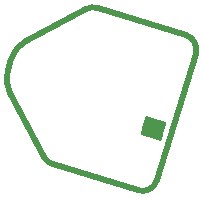
<source format=gbr>
*
G4_C Author: OrCAD GerbTool(tm) 8.1.1 Wed Jun 18 23:44:44 2003*
%LPD*%
%LNstifftop*%
%FSLAX34Y34*%
%MOIN*%
%AD*%
%AMD26R75*
20,1,0.027000,0.000000,-0.036000,0.000000,0.036000,75.500000*
%
%AMD12R359*
20,1,0.027000,0.034850,-0.009010,-0.034850,0.009010,359.000000*
%
%AMD13R359*
20,1,0.027000,0.034690,-0.009620,-0.034690,0.009620,359.000000*
%
%AMD14R359*
20,1,0.027000,0.034520,-0.010220,-0.034520,0.010220,359.500000*
%
%ADD10C,0.010000*%
%ADD11C,0.020000*%
%ADD12D26R75*%
%ADD13D12R359*%
%ADD14D13R359*%
%ADD15D14R359*%
%ADD26R,0.027000X0.072000*%
G4_C OrCAD GerbTool Tool List *
G54D11*
G1X101379Y39756D2*
G75*
G3X101047Y40380I-478J146D1*
G74*
G1X98113Y41277D1*
G75*
G3X97733Y41241I-146J-478D1*
G74*
G1X96325Y36309D2*
G75*
G3X96620Y36067I442J235D1*
G74*
G1X99463Y35197D1*
G1X100087Y35529D2*
G1X101379Y39756D1*
G1X99463Y35197D2*
G75*
G3X100087Y35529I146J478D1*
G74*
G1X96325Y36309D2*
G1X95194Y38436D1*
G75*
G2X95121Y39198I883J469D1*
G74*
G1X95238Y39583D1*
G1X95725Y40173D2*
G1X97733Y41241D1*
G1X95238Y39583D2*
G75*
G2X95725Y40173I956J-293D1*
G74*
G54D15*
G1X100034Y37448D3*
G1X99975Y37256D3*
G1X99917Y37067D3*
M2*

</source>
